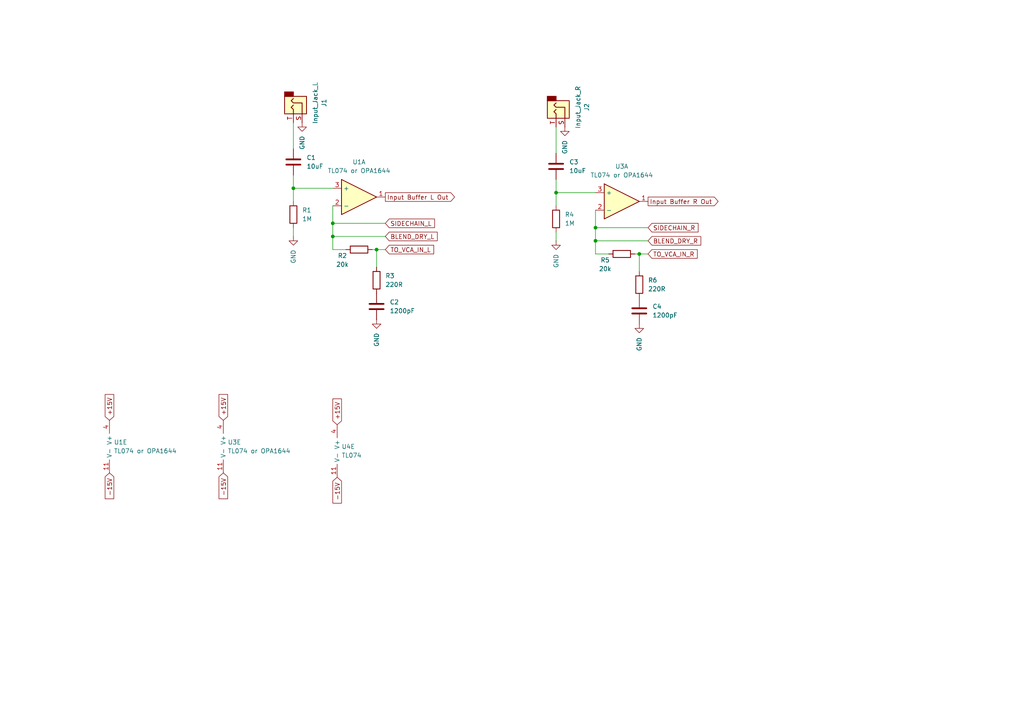
<source format=kicad_sch>
(kicad_sch (version 20250114) (generator "eeschema") (generator_version "9.0")
  (paper "A4")
  (title_block (title "AI-Designed-Stereo-Compressor-Preamp") (comment 1 "Input Buffer and V/I Converter (SSI2164 Input)"))
  (lib_symbols
    (symbol "Connector_Audio:AudioJack2"
      (property "Reference" "J" (at 0 8.89 0))
      (property "Value" "AudioJack2" (at 0 6.35 0))
      (symbol "AudioJack2_0_1"
        (rectangle (start -3.81 0) (end -2.54 -2.54) (stroke (width 0.254)) (fill (type outline)))
        (rectangle (start -2.54 3.81) (end 2.54 -2.54) (stroke (width 0.254)) (fill (type background)))
        (polyline (pts (xy 0 0) (xy 0.635 -0.635) (xy 1.27 0) (xy 2.54 0)) (stroke (width 0.254)))
        (polyline (pts (xy 2.54 2.54) (xy -0.635 2.54) (xy -0.635 0) (xy -1.27 -0.635) (xy -1.905 0)) (stroke (width 0.254)))
      )
      (symbol "AudioJack2_1_1"
        (pin passive line (at 5.08 2.54 180) (length 2.54) (name "~") (number "S"))
        (pin passive line (at 5.08 0 180) (length 2.54) (name "~") (number "T"))
      )
    )
    (symbol "Device:C" (pin_numbers (hide yes)) (pin_names (offset 0.254))
      (property "Reference" "C" (at 0.635 2.54 0))
      (property "Value" "C" (at 0.635 -2.54 0))
      (symbol "C_0_1"
        (polyline (pts (xy -2.032 0.762) (xy 2.032 0.762)) (stroke (width 0.508)))
        (polyline (pts (xy -2.032 -0.762) (xy 2.032 -0.762)) (stroke (width 0.508)))
      )
      (symbol "C_1_1"
        (pin passive line (at 0 3.81 270) (length 2.794) (name "~") (number "1"))
        (pin passive line (at 0 -3.81 90) (length 2.794) (name "~") (number "2"))
      )
    )
    (symbol "Device:Opamp_Quad"
      (property "Reference" "U" (at 0 5.08 0))
      (property "Value" "Opamp_Quad" (at 0 -5.08 0))
      (symbol "Opamp_Quad_1_1"
        (polyline (pts (xy -5.08 5.08) (xy 5.08 0) (xy -5.08 -5.08) (xy -5.08 5.08)) (stroke (width 0.254)) (fill (type background)))
        (pin input line (at -7.62 2.54 0) (length 2.54) (name "+") (number "3"))
        (pin input line (at -7.62 -2.54 0) (length 2.54) (name "-") (number "2"))
        (pin output line (at 7.62 0 180) (length 2.54) (name "~") (number "1"))
      )
      (symbol "Opamp_Quad_2_1"
        (polyline (pts (xy -5.08 5.08) (xy 5.08 0) (xy -5.08 -5.08) (xy -5.08 5.08)) (stroke (width 0.254)) (fill (type background)))
        (pin input line (at -7.62 2.54 0) (length 2.54) (name "+") (number "5"))
        (pin input line (at -7.62 -2.54 0) (length 2.54) (name "-") (number "6"))
        (pin output line (at 7.62 0 180) (length 2.54) (name "~") (number "7"))
      )
      (symbol "Opamp_Quad_3_1"
        (polyline (pts (xy -5.08 5.08) (xy 5.08 0) (xy -5.08 -5.08) (xy -5.08 5.08)) (stroke (width 0.254)) (fill (type background)))
        (pin input line (at -7.62 2.54 0) (length 2.54) (name "+") (number "10"))
        (pin input line (at -7.62 -2.54 0) (length 2.54) (name "-") (number "9"))
        (pin output line (at 7.62 0 180) (length 2.54) (name "~") (number "8"))
      )
      (symbol "Opamp_Quad_4_1"
        (polyline (pts (xy -5.08 5.08) (xy 5.08 0) (xy -5.08 -5.08) (xy -5.08 5.08)) (stroke (width 0.254)) (fill (type background)))
        (pin input line (at -7.62 2.54 0) (length 2.54) (name "+") (number "12"))
        (pin input line (at -7.62 -2.54 0) (length 2.54) (name "-") (number "13"))
        (pin output line (at 7.62 0 180) (length 2.54) (name "~") (number "14"))
      )
      (symbol "Opamp_Quad_5_1"
        (pin power_in line (at -2.54 7.62 270) (length 3.81) (name "V+") (number "4"))
        (pin power_in line (at -2.54 -7.62 90) (length 3.81) (name "V-") (number "11"))
      )
    )
    (symbol "Device:R" (pin_numbers (hide yes)) (pin_names (offset 0))
      (property "Reference" "R" (at 2.032 0 90))
      (property "Value" "R" (at 0 0 90))
      (symbol "R_0_1"
        (rectangle (start -1.016 -2.54) (end 1.016 2.54) (stroke (width 0.254)))
      )
      (symbol "R_1_1"
        (pin passive line (at 0 3.81 270) (length 1.27) (name "~") (number "1"))
        (pin passive line (at 0 -3.81 90) (length 1.27) (name "~") (number "2"))
      )
    )
    (symbol "power:GND" (power) (pin_numbers (hide yes)) (pin_names (offset 0) (hide yes))
      (property "Value" "GND" (at 0 -3.81 0))
      (symbol "GND_0_1"
        (polyline (pts (xy 0 0) (xy 0 -1.27) (xy 1.27 -1.27) (xy 0 -2.54) (xy -1.27 -1.27) (xy 0 -1.27)))
      )
      (symbol "GND_1_1"
        (pin power_in line (at 0 0 270) (length 0) (name "~") (number "1"))
      )
    )
  )
  (junction (at 185.42 73.66))
  (junction (at 85.09 54.61))
  (junction (at 161.29 55.88))
  (junction (at 172.72 66.04))
  (junction (at 172.72 69.85))
  (junction (at 109.22 72.39))
  (junction (at 96.52 68.58))
  (junction (at 96.52 64.77))
  (wire (pts (xy 85.09 54.61) (xy 96.52 54.61)))
  (wire (pts (xy 172.72 69.85) (xy 187.96 69.85)))
  (wire (pts (xy 96.52 64.77) (xy 111.76 64.77)))
  (wire (pts (xy 172.72 73.66) (xy 176.53 73.66)))
  (wire (pts (xy 96.52 72.39) (xy 100.33 72.39)))
  (wire (pts (xy 161.29 36.83) (xy 161.29 44.45)))
  (wire (pts (xy 85.09 54.61) (xy 85.09 58.42)))
  (wire (pts (xy 161.29 55.88) (xy 161.29 59.69)))
  (wire (pts (xy 185.42 73.66) (xy 185.42 78.74)))
  (wire (pts (xy 96.52 64.77) (xy 96.52 68.58)))
  (wire (pts (xy 185.42 73.66) (xy 187.96 73.66)))
  (wire (pts (xy 172.72 69.85) (xy 172.72 73.66)))
  (wire (pts (xy 109.22 72.39) (xy 111.76 72.39)))
  (wire (pts (xy 85.09 35.56) (xy 85.09 43.18)))
  (wire (pts (xy 85.09 66.04) (xy 85.09 68.58)))
  (wire (pts (xy 172.72 60.96) (xy 172.72 66.04)))
  (wire (pts (xy 161.29 55.88) (xy 172.72 55.88)))
  (wire (pts (xy 161.29 67.31) (xy 161.29 69.85)))
  (wire (pts (xy 172.72 66.04) (xy 172.72 69.85)))
  (wire (pts (xy 96.52 59.69) (xy 96.52 64.77)))
  (wire (pts (xy 96.52 68.58) (xy 111.76 68.58)))
  (wire (pts (xy 109.22 72.39) (xy 109.22 77.47)))
  (wire (pts (xy 96.52 68.58) (xy 96.52 72.39)))
  (wire (pts (xy 172.72 66.04) (xy 187.96 66.04)))
  (wire (pts (xy 161.29 52.07) (xy 161.29 55.88)))
  (wire (pts (xy 85.09 50.8) (xy 85.09 54.61)))
  (wire (pts (xy 107.95 72.39) (xy 109.22 72.39)))
  (wire (pts (xy 184.15 73.66) (xy 185.42 73.66)))
  (global_label "+15V" (shape input) (at 64.77 121.92 90) (property "Intersheetrefs" "${INTERSHEET_REFS}" (effects (hide yes))))
  (global_label "Input Buffer R Out" (shape output) (at 187.96 58.42 0) (property "Intersheetrefs" "${INTERSHEET_REFS}" (effects (hide yes))))
  (global_label "+15V" (shape input) (at 31.75 121.92 90) (property "Intersheetrefs" "${INTERSHEET_REFS}" (effects (hide yes))))
  (global_label "SIDECHAIN_R" (shape input) (at 187.96 66.04 0) (property "Intersheetrefs" "${INTERSHEET_REFS}" (effects (hide yes))))
  (global_label "BLEND_DRY_R" (shape input) (at 187.96 69.85 0) (property "Intersheetrefs" "${INTERSHEET_REFS}" (effects (hide yes))))
  (global_label "-15V" (shape input) (at 97.79 138.43 270) (property "Intersheetrefs" "${INTERSHEET_REFS}" (effects (hide yes))))
  (global_label "-15V" (shape input) (at 64.77 137.16 270) (property "Intersheetrefs" "${INTERSHEET_REFS}" (effects (hide yes))))
  (global_label "Input Buffer L Out" (shape output) (at 111.76 57.15 0) (property "Intersheetrefs" "${INTERSHEET_REFS}" (effects (hide yes))))
  (global_label "BLEND_DRY_L" (shape input) (at 111.76 68.58 0) (property "Intersheetrefs" "${INTERSHEET_REFS}" (effects (hide yes))))
  (global_label "-15V" (shape input) (at 31.75 137.16 270) (property "Intersheetrefs" "${INTERSHEET_REFS}" (effects (hide yes))))
  (global_label "+15V" (shape input) (at 97.79 123.19 90) (property "Intersheetrefs" "${INTERSHEET_REFS}" (effects (hide yes))))
  (global_label "TO_VCA_IN_R" (shape input) (at 187.96 73.66 0) (property "Intersheetrefs" "${INTERSHEET_REFS}" (effects (hide yes))))
  (global_label "SIDECHAIN_L" (shape input) (at 111.76 64.77 0) (property "Intersheetrefs" "${INTERSHEET_REFS}" (effects (hide yes))))
  (global_label "TO_VCA_IN_L" (shape input) (at 111.76 72.39 0) (property "Intersheetrefs" "${INTERSHEET_REFS}" (effects (hide yes))))
  (symbol (lib_id "Device:R") (at 104.14 72.39 90) (unit 1)
    (property "Reference" "R2" (at 99.314 74.168 90))
    (property "Value" "20k" (at 99.314 76.708 90))
    (property "Footprint" "Resistor_THT:R_Axial_DIN0207_L6.3mm_D2.5mm_P2.54mm_Vertical" (effects (hide yes)))
    (property "Description" "Resistor" (effects (hide yes)))
  )
  (symbol (lib_id "Connector_Audio:AudioJack2") (at 85.09 30.48 270) (unit 1)
    (property "Reference" "J1" (at 93.98 29.845 0))
    (property "Value" "Input_Jack_L" (at 91.44 29.845 0))
    (property "Footprint" "Connector_PinHeader_2.54mm:PinHeader_1x02_P2.54mm_Vertical" (effects (hide yes)))
    (property "Description" "Audio Jack, 2 Poles (Mono / TS)" (effects (hide yes)))
  )
  (symbol (lib_id "Device:R") (at 180.34 73.66 90) (unit 1)
    (property "Reference" "R5" (at 175.514 75.438 90))
    (property "Value" "20k" (at 175.514 77.978 90))
    (property "Footprint" "Resistor_THT:R_Axial_DIN0207_L6.3mm_D2.5mm_P2.54mm_Vertical" (effects (hide yes)))
    (property "Description" "Resistor" (effects (hide yes)))
  )
  (symbol (lib_id "power:GND") (at 109.22 92.71 0) (unit 1)
    (property "Reference" "#PWR03" (effects (hide yes)))
    (property "Value" "GND" (at 109.2201 96.52 90) (effects (justify right)))
    (property "Description" "Power symbol creates a global label with name \"GND\" , ground" (effects (hide yes)))
  )
  (symbol (lib_id "Device:Opamp_Quad") (at 100.33 130.81 0) (unit 5)
    (property "Reference" "U4" (at 99.06 129.5399 0) (effects (justify left)))
    (property "Value" "TL074" (at 99.06 132.0799 0) (effects (justify left)))
    (property "Description" "Quad operational amplifier" (effects (hide yes)))
    (property "Sim.Library" "${KICAD9_SYMBOL_DIR}/Simulation_SPICE.sp" (effects (hide yes)))
    (property "Sim.Name" "kicad_builtin_opamp_quad" (effects (hide yes)))
    (property "Sim.Device" "SUBCKT" (effects (hide yes)))
    (property "Sim.Pins" "1=out1 2=in1- 3=in1+ 4=vcc 5=in2+ 6=in2- 7=out2 8=out3 9=in3- 10=in3+ 11=vee 12=in4+ 13=in4- 14=out4" (effects (hide yes)))
  )
  (symbol (lib_id "Connector_Audio:AudioJack2") (at 161.29 31.75 270) (unit 1)
    (property "Reference" "J2" (at 170.18 31.115 0))
    (property "Value" "Input_Jack_R" (at 167.64 31.115 0))
    (property "Footprint" "Connector_PinHeader_2.54mm:PinHeader_1x02_P2.54mm_Vertical" (effects (hide yes)))
    (property "Description" "Audio Jack, 2 Poles (Mono / TS)" (effects (hide yes)))
  )
  (symbol (lib_id "power:GND") (at 185.42 93.98 0) (unit 1)
    (property "Reference" "#PWR06" (effects (hide yes)))
    (property "Value" "GND" (at 185.4201 97.79 90) (effects (justify right)))
    (property "Description" "Power symbol creates a global label with name \"GND\" , ground" (effects (hide yes)))
  )
  (symbol (lib_id "Device:C") (at 161.29 48.26 0) (unit 1)
    (property "Reference" "C3" (at 165.1 46.9899 0) (effects (justify left)))
    (property "Value" "10uF" (at 165.1 49.5299 0) (effects (justify left)))
    (property "Footprint" "Capacitor_THT:CP_Radial_D8.0mm_P3.50mm" (effects (hide yes)))
    (property "Description" "non polar electrolytic capacitor / MUSE ES" (effects (hide yes)))
  )
  (symbol (lib_id "Device:C") (at 109.22 88.9 0) (unit 1)
    (property "Reference" "C2" (at 113.03 87.6299 0) (effects (justify left)))
    (property "Value" "1200pF" (at 113.03 90.1699 0) (effects (justify left)))
    (property "Footprint" "Capacitor_THT:C_Rect_L7.2mm_W2.5mm_P5.00mm_FKS2_FKP2_MKS2_MKP2" (effects (hide yes)))
    (property "Description" "WIMA FKP2" (effects (hide yes)))
  )
  (symbol (lib_id "Device:R") (at 185.42 82.55 0) (unit 1)
    (property "Reference" "R6" (at 187.96 81.2799 0) (effects (justify left)))
    (property "Value" "220R" (at 187.96 83.8199 0) (effects (justify left)))
    (property "Footprint" "Resistor_THT:R_Axial_DIN0207_L6.3mm_D2.5mm_P2.54mm_Vertical" (effects (hide yes)))
    (property "Description" "Resistor" (effects (hide yes)))
  )
  (symbol (lib_id "Device:C") (at 85.09 46.99 0) (unit 1)
    (property "Reference" "C1" (at 88.9 45.7199 0) (effects (justify left)))
    (property "Value" "10uF" (at 88.9 48.2599 0) (effects (justify left)))
    (property "Footprint" "Capacitor_THT:CP_Radial_D8.0mm_P3.50mm" (effects (hide yes)))
    (property "Description" "non polar electrolytic capacitor / MUSE ES" (effects (hide yes)))
  )
  (symbol (lib_id "Device:Opamp_Quad") (at 67.31 129.54 0) (unit 5)
    (property "Reference" "U3" (at 66.04 128.2699 0) (effects (justify left)))
    (property "Value" "TL074 or OPA1644" (at 66.04 130.8099 0) (effects (justify left)))
    (property "Description" "Quad operational amplifier" (effects (hide yes)))
    (property "Sim.Library" "${KICAD9_SYMBOL_DIR}/Simulation_SPICE.sp" (effects (hide yes)))
    (property "Sim.Name" "kicad_builtin_opamp_quad" (effects (hide yes)))
    (property "Sim.Device" "SUBCKT" (effects (hide yes)))
    (property "Sim.Pins" "1=out1 2=in1- 3=in1+ 4=vcc 5=in2+ 6=in2- 7=out2 8=out3 9=in3- 10=in3+ 11=vee 12=in4+ 13=in4- 14=out4" (effects (hide yes)))
  )
  (symbol (lib_id "Device:Opamp_Quad") (at 180.34 58.42 0) (unit 1)
    (property "Reference" "U3" (at 180.34 48.26 0))
    (property "Value" "TL074 or OPA1644" (at 180.34 50.8 0))
    (property "Description" "Quad operational amplifier" (effects (hide yes)))
    (property "Sim.Library" "${KICAD9_SYMBOL_DIR}/Simulation_SPICE.sp" (effects (hide yes)))
    (property "Sim.Name" "kicad_builtin_opamp_quad" (effects (hide yes)))
    (property "Sim.Device" "SUBCKT" (effects (hide yes)))
    (property "Sim.Pins" "1=out1 2=in1- 3=in1+ 4=vcc 5=in2+ 6=in2- 7=out2 8=out3 9=in3- 10=in3+ 11=vee 12=in4+ 13=in4- 14=out4" (effects (hide yes)))
  )
  (symbol (lib_id "Device:Opamp_Quad") (at 34.29 129.54 0) (unit 5)
    (property "Reference" "U1" (at 33.02 128.2699 0) (effects (justify left)))
    (property "Value" "TL074 or OPA1644" (at 33.02 130.8099 0) (effects (justify left)))
    (property "Footprint" "Package_DIP:DIP-14_W7.62mm_Socket" (effects (hide yes)))
    (property "Description" "Quad operational amplifier" (effects (hide yes)))
    (property "Sim.Library" "${KICAD9_SYMBOL_DIR}/Simulation_SPICE.sp" (effects (hide yes)))
    (property "Sim.Name" "kicad_builtin_opamp_quad" (effects (hide yes)))
    (property "Sim.Device" "SUBCKT" (effects (hide yes)))
    (property "Sim.Pins" "1=out1 2=in1- 3=in1+ 4=vcc 5=in2+ 6=in2- 7=out2 8=out3 9=in3- 10=in3+ 11=vee 12=in4+ 13=in4- 14=out4" (effects (hide yes)))
  )
  (symbol (lib_id "power:GND") (at 161.29 69.85 0) (unit 1)
    (property "Reference" "#PWR04" (effects (hide yes)))
    (property "Value" "GND" (at 161.2901 73.66 90) (effects (justify right)))
    (property "Description" "Power symbol creates a global label with name \"GND\" , ground" (effects (hide yes)))
  )
  (symbol (lib_id "power:GND") (at 85.09 68.58 0) (unit 1)
    (property "Reference" "#PWR02" (effects (hide yes)))
    (property "Value" "GND" (at 85.0901 72.39 90) (effects (justify right)))
    (property "Description" "Power symbol creates a global label with name \"GND\" , ground" (effects (hide yes)))
  )
  (symbol (lib_id "Device:R") (at 109.22 81.28 0) (unit 1)
    (property "Reference" "R3" (at 111.76 80.0099 0) (effects (justify left)))
    (property "Value" "220R" (at 111.76 82.5499 0) (effects (justify left)))
    (property "Footprint" "Resistor_THT:R_Axial_DIN0207_L6.3mm_D2.5mm_P2.54mm_Vertical" (effects (hide yes)))
    (property "Description" "Resistor" (effects (hide yes)))
  )
  (symbol (lib_id "power:GND") (at 87.63 35.56 0) (unit 1)
    (property "Reference" "#PWR01" (effects (hide yes)))
    (property "Value" "GND" (at 87.6301 39.37 90) (effects (justify right)))
    (property "Description" "Power symbol creates a global label with name \"GND\" , ground" (effects (hide yes)))
  )
  (symbol (lib_id "power:GND") (at 163.83 36.83 0) (unit 1)
    (property "Reference" "#PWR05" (effects (hide yes)))
    (property "Value" "GND" (at 163.8301 40.64 90) (effects (justify right)))
    (property "Description" "Power symbol creates a global label with name \"GND\" , ground" (effects (hide yes)))
  )
  (symbol (lib_id "Device:Opamp_Quad") (at 104.14 57.15 0) (unit 1)
    (property "Reference" "U1" (at 104.14 46.99 0))
    (property "Value" "TL074 or OPA1644" (at 104.14 49.53 0))
    (property "Footprint" "Package_DIP:DIP-14_W7.62mm_Socket" (effects (hide yes)))
    (property "Description" "Quad operational amplifier" (effects (hide yes)))
    (property "Sim.Library" "${KICAD9_SYMBOL_DIR}/Simulation_SPICE.sp" (effects (hide yes)))
    (property "Sim.Name" "kicad_builtin_opamp_quad" (effects (hide yes)))
    (property "Sim.Device" "SUBCKT" (effects (hide yes)))
    (property "Sim.Pins" "1=out1 2=in1- 3=in1+ 4=vcc 5=in2+ 6=in2- 7=out2 8=out3 9=in3- 10=in3+ 11=vee 12=in4+ 13=in4- 14=out4" (effects (hide yes)))
  )
  (symbol (lib_id "Device:C") (at 185.42 90.17 0) (unit 1)
    (property "Reference" "C4" (at 189.23 88.8999 0) (effects (justify left)))
    (property "Value" "1200pF" (at 189.23 91.4399 0) (effects (justify left)))
    (property "Footprint" "Capacitor_THT:C_Rect_L7.2mm_W2.5mm_P5.00mm_FKS2_FKP2_MKS2_MKP2" (effects (hide yes)))
    (property "Description" "WIMA FKP2" (effects (hide yes)))
  )
  (symbol (lib_id "Device:R") (at 85.09 62.23 0) (unit 1)
    (property "Reference" "R1" (at 87.63 60.9599 0) (effects (justify left)))
    (property "Value" "1M" (at 87.63 63.4999 0) (effects (justify left)))
    (property "Footprint" "Resistor_THT:R_Axial_DIN0207_L6.3mm_D2.5mm_P2.54mm_Vertical" (effects (hide yes)))
    (property "Description" "Resistor" (effects (hide yes)))
  )
  (symbol (lib_id "Device:R") (at 161.29 63.5 0) (unit 1)
    (property "Reference" "R4" (at 163.83 62.2299 0) (effects (justify left)))
    (property "Value" "1M" (at 163.83 64.7699 0) (effects (justify left)))
    (property "Footprint" "Resistor_THT:R_Axial_DIN0207_L6.3mm_D2.5mm_P2.54mm_Vertical" (effects (hide yes)))
    (property "Description" "Resistor" (effects (hide yes)))
  )
)
</source>
